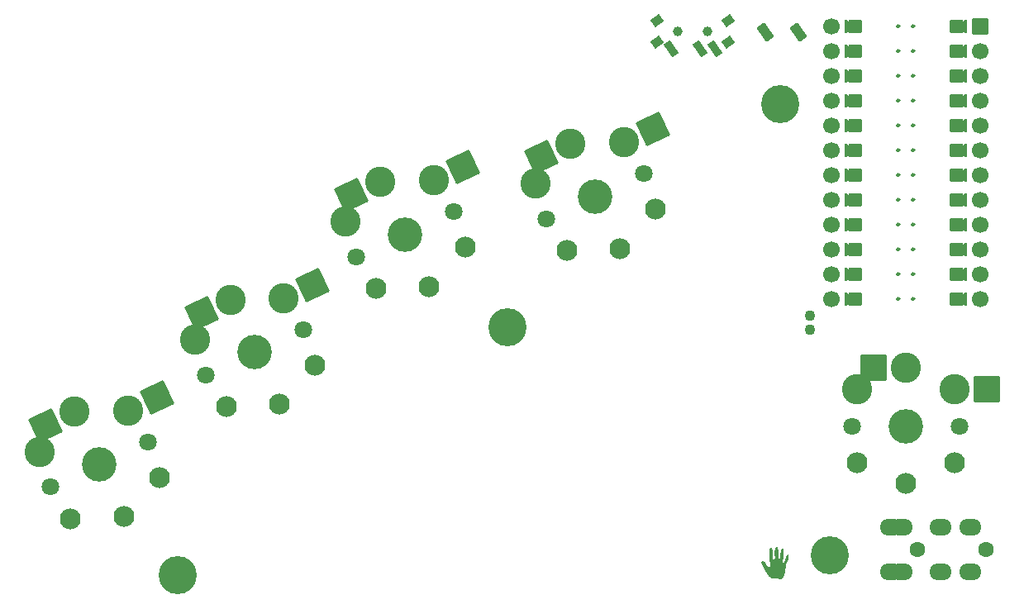
<source format=gbr>
%TF.GenerationSoftware,KiCad,Pcbnew,(6.0.7)*%
%TF.CreationDate,2022-08-09T03:43:16+01:00*%
%TF.ProjectId,digitsbest,64696769-7473-4626-9573-742e6b696361,v1.0.0*%
%TF.SameCoordinates,Original*%
%TF.FileFunction,Soldermask,Bot*%
%TF.FilePolarity,Negative*%
%FSLAX46Y46*%
G04 Gerber Fmt 4.6, Leading zero omitted, Abs format (unit mm)*
G04 Created by KiCad (PCBNEW (6.0.7)) date 2022-08-09 03:43:16*
%MOMM*%
%LPD*%
G01*
G04 APERTURE LIST*
G04 Aperture macros list*
%AMRoundRect*
0 Rectangle with rounded corners*
0 $1 Rounding radius*
0 $2 $3 $4 $5 $6 $7 $8 $9 X,Y pos of 4 corners*
0 Add a 4 corners polygon primitive as box body*
4,1,4,$2,$3,$4,$5,$6,$7,$8,$9,$2,$3,0*
0 Add four circle primitives for the rounded corners*
1,1,$1+$1,$2,$3*
1,1,$1+$1,$4,$5*
1,1,$1+$1,$6,$7*
1,1,$1+$1,$8,$9*
0 Add four rect primitives between the rounded corners*
20,1,$1+$1,$2,$3,$4,$5,0*
20,1,$1+$1,$4,$5,$6,$7,0*
20,1,$1+$1,$6,$7,$8,$9,0*
20,1,$1+$1,$8,$9,$2,$3,0*%
%AMFreePoly0*
4,1,14,0.635355,0.435355,0.650000,0.400000,0.650000,0.200000,0.635355,0.164645,0.035355,-0.435355,0.000000,-0.450000,-0.035355,-0.435355,-0.635355,0.164645,-0.650000,0.200000,-0.650000,0.400000,-0.635355,0.435355,-0.600000,0.450000,0.600000,0.450000,0.635355,0.435355,0.635355,0.435355,$1*%
%AMFreePoly1*
4,1,16,0.635355,1.035355,0.650000,1.000000,0.650000,-0.250000,0.635355,-0.285355,0.600000,-0.300000,-0.600000,-0.300000,-0.635355,-0.285355,-0.650000,-0.250000,-0.650000,1.000000,-0.635355,1.035355,-0.600000,1.050000,-0.564645,1.035355,0.000000,0.470710,0.564645,1.035355,0.600000,1.050000,0.635355,1.035355,0.635355,1.035355,$1*%
G04 Aperture macros list end*
%ADD10C,0.250000*%
%ADD11C,0.100000*%
%ADD12C,3.900000*%
%ADD13RoundRect,0.050000X0.118922X-0.954389X0.856158X-0.438170X-0.118922X0.954389X-0.856158X0.438170X0*%
%ADD14C,1.801800*%
%ADD15C,3.100000*%
%ADD16C,3.529000*%
%ADD17RoundRect,0.050000X-1.300000X-1.300000X1.300000X-1.300000X1.300000X1.300000X-1.300000X1.300000X0*%
%ADD18C,1.600000*%
%ADD19O,2.300000X1.700000*%
%ADD20RoundRect,0.050000X-0.628796X-1.727604X1.727604X-0.628796X0.628796X1.727604X-1.727604X0.628796X0*%
%ADD21C,1.100000*%
%ADD22C,2.132000*%
%ADD23FreePoly0,90.000000*%
%ADD24C,1.700000*%
%ADD25FreePoly0,270.000000*%
%ADD26RoundRect,0.050000X-0.800000X0.800000X-0.800000X-0.800000X0.800000X-0.800000X0.800000X0.800000X0*%
%ADD27FreePoly1,90.000000*%
%ADD28FreePoly1,270.000000*%
%ADD29RoundRect,0.050000X0.180145X0.614449X-0.639007X0.040873X-0.180145X-0.614449X0.639007X-0.040873X0*%
%ADD30C,1.000000*%
%ADD31RoundRect,0.050000X-0.143479X0.815116X-0.716886X0.413612X0.143479X-0.815116X0.716886X-0.413612X0*%
G04 APERTURE END LIST*
%TO.C,G\u002A\u002A\u002A*%
G36*
X161988448Y-142884324D02*
G01*
X162018952Y-142892604D01*
X162041997Y-142903760D01*
X162058969Y-142920651D01*
X162071255Y-142946138D01*
X162080240Y-142983078D01*
X162087309Y-143034333D01*
X162093749Y-143101607D01*
X162099349Y-143166126D01*
X162105199Y-143233260D01*
X162110703Y-143296180D01*
X162115265Y-143348058D01*
X162116368Y-143360541D01*
X162118452Y-143395587D01*
X162120139Y-143447265D01*
X162121386Y-143512204D01*
X162122153Y-143587032D01*
X162122396Y-143668376D01*
X162122073Y-143752864D01*
X162121736Y-143790710D01*
X162120656Y-143893386D01*
X162119822Y-143978013D01*
X162119272Y-144046548D01*
X162119048Y-144100950D01*
X162119190Y-144143176D01*
X162119736Y-144175184D01*
X162120728Y-144198932D01*
X162122205Y-144216378D01*
X162124207Y-144229479D01*
X162126775Y-144240193D01*
X162129947Y-144250477D01*
X162131200Y-144254317D01*
X162146305Y-144283709D01*
X162165182Y-144294703D01*
X162186282Y-144288188D01*
X162208058Y-144265051D01*
X162228961Y-144226183D01*
X162242063Y-144190664D01*
X162250455Y-144156604D01*
X162259360Y-144107815D01*
X162268109Y-144049541D01*
X162276034Y-143987026D01*
X162282468Y-143925515D01*
X162286742Y-143870251D01*
X162288193Y-143828485D01*
X162290712Y-143794409D01*
X162297533Y-143747742D01*
X162307551Y-143695157D01*
X162317244Y-143652843D01*
X162327366Y-143611693D01*
X162335764Y-143575823D01*
X162343149Y-143541424D01*
X162350236Y-143504686D01*
X162357735Y-143461797D01*
X162366361Y-143408948D01*
X162376826Y-143342330D01*
X162384007Y-143295953D01*
X162397933Y-143215391D01*
X162412442Y-143152379D01*
X162428403Y-143104458D01*
X162446684Y-143069173D01*
X162468152Y-143044067D01*
X162475010Y-143038406D01*
X162518225Y-143015508D01*
X162560553Y-143011633D01*
X162599722Y-143025846D01*
X162633461Y-143057209D01*
X162659498Y-143104787D01*
X162663565Y-143116117D01*
X162668859Y-143134577D01*
X162672470Y-143154984D01*
X162674461Y-143180492D01*
X162674897Y-143214260D01*
X162673842Y-143259442D01*
X162671361Y-143319195D01*
X162668772Y-143372103D01*
X162661186Y-143517189D01*
X162653979Y-143644078D01*
X162646975Y-143754576D01*
X162639998Y-143850487D01*
X162632870Y-143933614D01*
X162625416Y-144005762D01*
X162617457Y-144068736D01*
X162608817Y-144124340D01*
X162599319Y-144174377D01*
X162588786Y-144220652D01*
X162583621Y-144240887D01*
X162569604Y-144300693D01*
X162558965Y-144359387D01*
X162552255Y-144412528D01*
X162550023Y-144455675D01*
X162552823Y-144484388D01*
X162553241Y-144485806D01*
X162566302Y-144504423D01*
X162588955Y-144521322D01*
X162589930Y-144521835D01*
X162611757Y-144531462D01*
X162625973Y-144530230D01*
X162640344Y-144519224D01*
X162660236Y-144494218D01*
X162685057Y-144451076D01*
X162714273Y-144390909D01*
X162747350Y-144314829D01*
X162783752Y-144223947D01*
X162788787Y-144210876D01*
X162811597Y-144152403D01*
X162835163Y-144093685D01*
X162857191Y-144040331D01*
X162875386Y-143997954D01*
X162880867Y-143985787D01*
X162901898Y-143936986D01*
X162923891Y-143881089D01*
X162942095Y-143830174D01*
X162942138Y-143830045D01*
X162969291Y-143764870D01*
X163001699Y-143716036D01*
X163038345Y-143684671D01*
X163078216Y-143671905D01*
X163084661Y-143671663D01*
X163109513Y-143674675D01*
X163131273Y-143686246D01*
X163156792Y-143710174D01*
X163159720Y-143713292D01*
X163183930Y-143742513D01*
X163195661Y-143767242D01*
X163198538Y-143792824D01*
X163196016Y-143830014D01*
X163189137Y-143880846D01*
X163178904Y-143939688D01*
X163166316Y-144000905D01*
X163152375Y-144058862D01*
X163149094Y-144071097D01*
X163136368Y-144111666D01*
X163116966Y-144166276D01*
X163092569Y-144230789D01*
X163064858Y-144301066D01*
X163035518Y-144372970D01*
X163006230Y-144442363D01*
X162978675Y-144505108D01*
X162954538Y-144557067D01*
X162939132Y-144587505D01*
X162918723Y-144628808D01*
X162901256Y-144670224D01*
X162890096Y-144703677D01*
X162889186Y-144707452D01*
X162883155Y-144743600D01*
X162876775Y-144799311D01*
X162870082Y-144874144D01*
X162863111Y-144967657D01*
X162855900Y-145079410D01*
X162848482Y-145208960D01*
X162848402Y-145210443D01*
X162844176Y-145281985D01*
X162839745Y-145338792D01*
X162834353Y-145386129D01*
X162827244Y-145429261D01*
X162817665Y-145473452D01*
X162804859Y-145523969D01*
X162801770Y-145535571D01*
X162775074Y-145628051D01*
X162745655Y-145717252D01*
X162714894Y-145799616D01*
X162684173Y-145871586D01*
X162654872Y-145929607D01*
X162638305Y-145956601D01*
X162574158Y-146033887D01*
X162496862Y-146096119D01*
X162406277Y-146143412D01*
X162398910Y-146146372D01*
X162343400Y-146164332D01*
X162291527Y-146171361D01*
X162236693Y-146167575D01*
X162172302Y-146153091D01*
X162163144Y-146150502D01*
X162111069Y-146135632D01*
X162054725Y-146119716D01*
X162004774Y-146105762D01*
X161996388Y-146103444D01*
X161919668Y-146082285D01*
X161826321Y-146104619D01*
X161746876Y-146120268D01*
X161681297Y-146125436D01*
X161626458Y-146120201D01*
X161592920Y-146110440D01*
X161564720Y-146100235D01*
X161524709Y-146086483D01*
X161480151Y-146071667D01*
X161466006Y-146067070D01*
X161361651Y-146025131D01*
X161272453Y-145971108D01*
X161196733Y-145903731D01*
X161132816Y-145821730D01*
X161124246Y-145808258D01*
X161098785Y-145768480D01*
X161065284Y-145718001D01*
X161027451Y-145662316D01*
X160988995Y-145606919D01*
X160974515Y-145586417D01*
X160932560Y-145526228D01*
X160887575Y-145459734D01*
X160841582Y-145390108D01*
X160796605Y-145320518D01*
X160754666Y-145254135D01*
X160717787Y-145194130D01*
X160687992Y-145143673D01*
X160667304Y-145105933D01*
X160664944Y-145101226D01*
X160652263Y-145074134D01*
X160633957Y-145033304D01*
X160612109Y-144983462D01*
X160588802Y-144929334D01*
X160578948Y-144906149D01*
X160552948Y-144846785D01*
X160524482Y-144785206D01*
X160496588Y-144727780D01*
X160472300Y-144680876D01*
X160466876Y-144671057D01*
X160433143Y-144605063D01*
X160411632Y-144546448D01*
X160400393Y-144488463D01*
X160397449Y-144430705D01*
X160400338Y-144388297D01*
X160411046Y-144359437D01*
X160432631Y-144341441D01*
X160468151Y-144331627D01*
X160515038Y-144327548D01*
X160558833Y-144326532D01*
X160590737Y-144329134D01*
X160618738Y-144336693D01*
X160650000Y-144350158D01*
X160704726Y-144382847D01*
X160751849Y-144426574D01*
X160793270Y-144483798D01*
X160830889Y-144556975D01*
X160854056Y-144613865D01*
X160883180Y-144672964D01*
X160923288Y-144729427D01*
X160927715Y-144734581D01*
X160958874Y-144772206D01*
X160993501Y-144817108D01*
X161024236Y-144859738D01*
X161024963Y-144860798D01*
X161063131Y-144910353D01*
X161100531Y-144947474D01*
X161134700Y-144970033D01*
X161158823Y-144976177D01*
X161180729Y-144967648D01*
X161206137Y-144944966D01*
X161230953Y-144912485D01*
X161248223Y-144881083D01*
X161257393Y-144850133D01*
X161264920Y-144803694D01*
X161270657Y-144746229D01*
X161274457Y-144682201D01*
X161276170Y-144616073D01*
X161275648Y-144552309D01*
X161272744Y-144495372D01*
X161267310Y-144449723D01*
X161263165Y-144430962D01*
X161256260Y-144400027D01*
X161250871Y-144359971D01*
X161246766Y-144307966D01*
X161243712Y-144241187D01*
X161241773Y-144170860D01*
X161239913Y-144104534D01*
X161237377Y-144040432D01*
X161234394Y-143982994D01*
X161231195Y-143936659D01*
X161228013Y-143905867D01*
X161227997Y-143905755D01*
X161223763Y-143874307D01*
X161217885Y-143827685D01*
X161210938Y-143770597D01*
X161203496Y-143707754D01*
X161197477Y-143655657D01*
X161189794Y-143585756D01*
X161184630Y-143529698D01*
X161181826Y-143481499D01*
X161181219Y-143435176D01*
X161182649Y-143384743D01*
X161185954Y-143324218D01*
X161187787Y-143295515D01*
X161192136Y-143236382D01*
X161197005Y-143182492D01*
X161201972Y-143137744D01*
X161206613Y-143106039D01*
X161209730Y-143092889D01*
X161231068Y-143059098D01*
X161265493Y-143027368D01*
X161306374Y-143003158D01*
X161328335Y-142995257D01*
X161378674Y-142990668D01*
X161423613Y-143005065D01*
X161462545Y-143038008D01*
X161494866Y-143089059D01*
X161510593Y-143127507D01*
X161516573Y-143147949D01*
X161521515Y-143173209D01*
X161525642Y-143205896D01*
X161529179Y-143248622D01*
X161532350Y-143303997D01*
X161535379Y-143374632D01*
X161537907Y-143445574D01*
X161543408Y-143576389D01*
X161550493Y-143687809D01*
X161559205Y-143780386D01*
X161567290Y-143840730D01*
X161575351Y-143897874D01*
X161581932Y-143955893D01*
X161586330Y-144007807D01*
X161587847Y-144044991D01*
X161593282Y-144150335D01*
X161609524Y-144239708D01*
X161636800Y-144314120D01*
X161656192Y-144348430D01*
X161677759Y-144375739D01*
X161696090Y-144384113D01*
X161713617Y-144373804D01*
X161726610Y-144355768D01*
X161736233Y-144329004D01*
X161744344Y-144283788D01*
X161750894Y-144221622D01*
X161755830Y-144144008D01*
X161759101Y-144052448D01*
X161760657Y-143948445D01*
X161760445Y-143833500D01*
X161758416Y-143709117D01*
X161754516Y-143576797D01*
X161753828Y-143557996D01*
X161750819Y-143458006D01*
X161750147Y-143373814D01*
X161752075Y-143301316D01*
X161756863Y-143236412D01*
X161764773Y-143174997D01*
X161776066Y-143112971D01*
X161784731Y-143073068D01*
X161806610Y-143005495D01*
X161837590Y-142950975D01*
X161875983Y-142911069D01*
X161920100Y-142887342D01*
X161968254Y-142881358D01*
X161988448Y-142884324D01*
G37*
D10*
%TO.C,MCU1*%
X176046718Y-109839276D02*
G75*
G03*
X176046718Y-109839276I-125000J0D01*
G01*
X176046718Y-104759276D02*
G75*
G03*
X176046718Y-104759276I-125000J0D01*
G01*
X176046718Y-102219276D02*
G75*
G03*
X176046718Y-102219276I-125000J0D01*
G01*
X174522718Y-109839276D02*
G75*
G03*
X174522718Y-109839276I-125000J0D01*
G01*
X174522718Y-112379276D02*
G75*
G03*
X174522718Y-112379276I-125000J0D01*
G01*
X174522718Y-89519276D02*
G75*
G03*
X174522718Y-89519276I-125000J0D01*
G01*
X174522718Y-117459276D02*
G75*
G03*
X174522718Y-117459276I-125000J0D01*
G01*
X176046718Y-99679276D02*
G75*
G03*
X176046718Y-99679276I-125000J0D01*
G01*
X174522718Y-99679276D02*
G75*
G03*
X174522718Y-99679276I-125000J0D01*
G01*
X174522718Y-104759276D02*
G75*
G03*
X174522718Y-104759276I-125000J0D01*
G01*
X174522718Y-107299276D02*
G75*
G03*
X174522718Y-107299276I-125000J0D01*
G01*
X176046718Y-94599276D02*
G75*
G03*
X176046718Y-94599276I-125000J0D01*
G01*
X176046718Y-89519276D02*
G75*
G03*
X176046718Y-89519276I-125000J0D01*
G01*
X176046718Y-97139276D02*
G75*
G03*
X176046718Y-97139276I-125000J0D01*
G01*
X176046718Y-117459276D02*
G75*
G03*
X176046718Y-117459276I-125000J0D01*
G01*
X174522718Y-94599276D02*
G75*
G03*
X174522718Y-94599276I-125000J0D01*
G01*
X176046718Y-114919276D02*
G75*
G03*
X176046718Y-114919276I-125000J0D01*
G01*
X176046718Y-92059276D02*
G75*
G03*
X176046718Y-92059276I-125000J0D01*
G01*
X176046718Y-107299276D02*
G75*
G03*
X176046718Y-107299276I-125000J0D01*
G01*
X176046718Y-112379276D02*
G75*
G03*
X176046718Y-112379276I-125000J0D01*
G01*
X174522718Y-114919276D02*
G75*
G03*
X174522718Y-114919276I-125000J0D01*
G01*
X174522718Y-97139276D02*
G75*
G03*
X174522718Y-97139276I-125000J0D01*
G01*
X174522718Y-102219276D02*
G75*
G03*
X174522718Y-102219276I-125000J0D01*
G01*
X174522718Y-92059276D02*
G75*
G03*
X174522718Y-92059276I-125000J0D01*
G01*
G36*
X181255718Y-105267276D02*
G01*
X180239718Y-105267276D01*
X180239718Y-104251276D01*
X181255718Y-104251276D01*
X181255718Y-105267276D01*
G37*
D11*
X181255718Y-105267276D02*
X180239718Y-105267276D01*
X180239718Y-104251276D01*
X181255718Y-104251276D01*
X181255718Y-105267276D01*
G36*
X181255718Y-107807276D02*
G01*
X180239718Y-107807276D01*
X180239718Y-106791276D01*
X181255718Y-106791276D01*
X181255718Y-107807276D01*
G37*
X181255718Y-107807276D02*
X180239718Y-107807276D01*
X180239718Y-106791276D01*
X181255718Y-106791276D01*
X181255718Y-107807276D01*
G36*
X170079718Y-112887276D02*
G01*
X169063718Y-112887276D01*
X169063718Y-111871276D01*
X170079718Y-111871276D01*
X170079718Y-112887276D01*
G37*
X170079718Y-112887276D02*
X169063718Y-112887276D01*
X169063718Y-111871276D01*
X170079718Y-111871276D01*
X170079718Y-112887276D01*
G36*
X170079718Y-95107276D02*
G01*
X169063718Y-95107276D01*
X169063718Y-94091276D01*
X170079718Y-94091276D01*
X170079718Y-95107276D01*
G37*
X170079718Y-95107276D02*
X169063718Y-95107276D01*
X169063718Y-94091276D01*
X170079718Y-94091276D01*
X170079718Y-95107276D01*
G36*
X181255718Y-92567276D02*
G01*
X180239718Y-92567276D01*
X180239718Y-91551276D01*
X181255718Y-91551276D01*
X181255718Y-92567276D01*
G37*
X181255718Y-92567276D02*
X180239718Y-92567276D01*
X180239718Y-91551276D01*
X181255718Y-91551276D01*
X181255718Y-92567276D01*
G36*
X181255718Y-110347276D02*
G01*
X180239718Y-110347276D01*
X180239718Y-109331276D01*
X181255718Y-109331276D01*
X181255718Y-110347276D01*
G37*
X181255718Y-110347276D02*
X180239718Y-110347276D01*
X180239718Y-109331276D01*
X181255718Y-109331276D01*
X181255718Y-110347276D01*
G36*
X170079718Y-117967276D02*
G01*
X169063718Y-117967276D01*
X169063718Y-116951276D01*
X170079718Y-116951276D01*
X170079718Y-117967276D01*
G37*
X170079718Y-117967276D02*
X169063718Y-117967276D01*
X169063718Y-116951276D01*
X170079718Y-116951276D01*
X170079718Y-117967276D01*
G36*
X170079718Y-90027276D02*
G01*
X169063718Y-90027276D01*
X169063718Y-89011276D01*
X170079718Y-89011276D01*
X170079718Y-90027276D01*
G37*
X170079718Y-90027276D02*
X169063718Y-90027276D01*
X169063718Y-89011276D01*
X170079718Y-89011276D01*
X170079718Y-90027276D01*
G36*
X181255718Y-102727276D02*
G01*
X180239718Y-102727276D01*
X180239718Y-101711276D01*
X181255718Y-101711276D01*
X181255718Y-102727276D01*
G37*
X181255718Y-102727276D02*
X180239718Y-102727276D01*
X180239718Y-101711276D01*
X181255718Y-101711276D01*
X181255718Y-102727276D01*
G36*
X181255718Y-112887276D02*
G01*
X180239718Y-112887276D01*
X180239718Y-111871276D01*
X181255718Y-111871276D01*
X181255718Y-112887276D01*
G37*
X181255718Y-112887276D02*
X180239718Y-112887276D01*
X180239718Y-111871276D01*
X181255718Y-111871276D01*
X181255718Y-112887276D01*
G36*
X181255718Y-97647276D02*
G01*
X180239718Y-97647276D01*
X180239718Y-96631276D01*
X181255718Y-96631276D01*
X181255718Y-97647276D01*
G37*
X181255718Y-97647276D02*
X180239718Y-97647276D01*
X180239718Y-96631276D01*
X181255718Y-96631276D01*
X181255718Y-97647276D01*
G36*
X181255718Y-115427276D02*
G01*
X180239718Y-115427276D01*
X180239718Y-114411276D01*
X181255718Y-114411276D01*
X181255718Y-115427276D01*
G37*
X181255718Y-115427276D02*
X180239718Y-115427276D01*
X180239718Y-114411276D01*
X181255718Y-114411276D01*
X181255718Y-115427276D01*
G36*
X170079718Y-100187276D02*
G01*
X169063718Y-100187276D01*
X169063718Y-99171276D01*
X170079718Y-99171276D01*
X170079718Y-100187276D01*
G37*
X170079718Y-100187276D02*
X169063718Y-100187276D01*
X169063718Y-99171276D01*
X170079718Y-99171276D01*
X170079718Y-100187276D01*
G36*
X170079718Y-105267276D02*
G01*
X169063718Y-105267276D01*
X169063718Y-104251276D01*
X170079718Y-104251276D01*
X170079718Y-105267276D01*
G37*
X170079718Y-105267276D02*
X169063718Y-105267276D01*
X169063718Y-104251276D01*
X170079718Y-104251276D01*
X170079718Y-105267276D01*
G36*
X170079718Y-92567276D02*
G01*
X169063718Y-92567276D01*
X169063718Y-91551276D01*
X170079718Y-91551276D01*
X170079718Y-92567276D01*
G37*
X170079718Y-92567276D02*
X169063718Y-92567276D01*
X169063718Y-91551276D01*
X170079718Y-91551276D01*
X170079718Y-92567276D01*
G36*
X181255718Y-90027276D02*
G01*
X180239718Y-90027276D01*
X180239718Y-89011276D01*
X181255718Y-89011276D01*
X181255718Y-90027276D01*
G37*
X181255718Y-90027276D02*
X180239718Y-90027276D01*
X180239718Y-89011276D01*
X181255718Y-89011276D01*
X181255718Y-90027276D01*
G36*
X170079718Y-107807276D02*
G01*
X169063718Y-107807276D01*
X169063718Y-106791276D01*
X170079718Y-106791276D01*
X170079718Y-107807276D01*
G37*
X170079718Y-107807276D02*
X169063718Y-107807276D01*
X169063718Y-106791276D01*
X170079718Y-106791276D01*
X170079718Y-107807276D01*
G36*
X181255718Y-100187276D02*
G01*
X180239718Y-100187276D01*
X180239718Y-99171276D01*
X181255718Y-99171276D01*
X181255718Y-100187276D01*
G37*
X181255718Y-100187276D02*
X180239718Y-100187276D01*
X180239718Y-99171276D01*
X181255718Y-99171276D01*
X181255718Y-100187276D01*
G36*
X170079718Y-115427276D02*
G01*
X169063718Y-115427276D01*
X169063718Y-114411276D01*
X170079718Y-114411276D01*
X170079718Y-115427276D01*
G37*
X170079718Y-115427276D02*
X169063718Y-115427276D01*
X169063718Y-114411276D01*
X170079718Y-114411276D01*
X170079718Y-115427276D01*
G36*
X181255718Y-95107276D02*
G01*
X180239718Y-95107276D01*
X180239718Y-94091276D01*
X181255718Y-94091276D01*
X181255718Y-95107276D01*
G37*
X181255718Y-95107276D02*
X180239718Y-95107276D01*
X180239718Y-94091276D01*
X181255718Y-94091276D01*
X181255718Y-95107276D01*
G36*
X170079718Y-110347276D02*
G01*
X169063718Y-110347276D01*
X169063718Y-109331276D01*
X170079718Y-109331276D01*
X170079718Y-110347276D01*
G37*
X170079718Y-110347276D02*
X169063718Y-110347276D01*
X169063718Y-109331276D01*
X170079718Y-109331276D01*
X170079718Y-110347276D01*
G36*
X181255718Y-117967276D02*
G01*
X180239718Y-117967276D01*
X180239718Y-116951276D01*
X181255718Y-116951276D01*
X181255718Y-117967276D01*
G37*
X181255718Y-117967276D02*
X180239718Y-117967276D01*
X180239718Y-116951276D01*
X181255718Y-116951276D01*
X181255718Y-117967276D01*
G36*
X170079718Y-97647276D02*
G01*
X169063718Y-97647276D01*
X169063718Y-96631276D01*
X170079718Y-96631276D01*
X170079718Y-97647276D01*
G37*
X170079718Y-97647276D02*
X169063718Y-97647276D01*
X169063718Y-96631276D01*
X170079718Y-96631276D01*
X170079718Y-97647276D01*
G36*
X170079718Y-102727276D02*
G01*
X169063718Y-102727276D01*
X169063718Y-101711276D01*
X170079718Y-101711276D01*
X170079718Y-102727276D01*
G37*
X170079718Y-102727276D02*
X169063718Y-102727276D01*
X169063718Y-101711276D01*
X170079718Y-101711276D01*
X170079718Y-102727276D01*
%TD*%
D12*
%TO.C,*%
X100584000Y-145796000D03*
%TD*%
%TO.C,*%
X134366000Y-120396000D03*
%TD*%
%TO.C,*%
X162306000Y-97536000D03*
%TD*%
%TO.C,REF\u002A\u002A*%
X167386000Y-143764000D03*
%TD*%
D13*
%TO.C,*%
X160797804Y-90148758D03*
X164197804Y-90148758D03*
%TD*%
D14*
%TO.C,S9*%
X180659717Y-130489275D03*
D15*
X175159717Y-124539275D03*
X170159717Y-126739275D03*
D14*
X169659717Y-130489275D03*
D15*
X180159717Y-126739275D03*
D16*
X175159717Y-130489275D03*
D15*
X175159717Y-124539275D03*
D17*
X171884717Y-124539275D03*
X183434717Y-126739275D03*
%TD*%
D18*
%TO.C,REF\u002A\u002A*%
X183360756Y-143153232D03*
X176360756Y-143153232D03*
D19*
X173660756Y-140853232D03*
X173660756Y-145453232D03*
X174760756Y-145453232D03*
X174760756Y-140853232D03*
X178760756Y-145453232D03*
X178760756Y-140853232D03*
X181760756Y-145453232D03*
X181760756Y-140853232D03*
%TD*%
D15*
%TO.C,S5*%
X111436619Y-117415452D03*
D14*
X103505206Y-125251598D03*
D16*
X108489899Y-122927198D03*
D15*
X105975320Y-117534667D03*
X105975320Y-117534667D03*
D14*
X113474592Y-120602798D03*
D15*
X102373542Y-121641635D03*
D20*
X103007162Y-118918741D03*
X114404777Y-116031378D03*
%TD*%
D15*
%TO.C,S1*%
X146304491Y-101436558D03*
D16*
X143357771Y-106948304D03*
D15*
X140843192Y-101555773D03*
X137241414Y-105662741D03*
X140843192Y-101555773D03*
D14*
X148342464Y-104623904D03*
X138373078Y-109272704D03*
D20*
X137875034Y-102939847D03*
X149272649Y-100052484D03*
%TD*%
D21*
%TO.C,*%
X165354000Y-120638000D03*
X165354000Y-119138000D03*
%TD*%
D14*
%TO.C,S2*%
X148342464Y-104623904D03*
X138373078Y-109272704D03*
D16*
X143357771Y-106948304D03*
D22*
X149495259Y-108279182D03*
X140432181Y-112505365D03*
X145851219Y-112295520D03*
X145851219Y-112295520D03*
%TD*%
D14*
%TO.C,S6*%
X103505206Y-125251598D03*
D16*
X108489899Y-122927198D03*
D14*
X113474592Y-120602798D03*
D22*
X105564309Y-128484259D03*
X114627387Y-124258076D03*
X110983347Y-128274414D03*
X110983347Y-128274414D03*
%TD*%
D23*
%TO.C,MCU1*%
X169317718Y-104759276D03*
D24*
X182779718Y-89519276D03*
D23*
X169317718Y-107299276D03*
D24*
X182779718Y-114919276D03*
D25*
X181001718Y-97139276D03*
X181001718Y-114919276D03*
D24*
X167539718Y-104759276D03*
X182779718Y-94599276D03*
D23*
X169317718Y-92059276D03*
X169317718Y-94599276D03*
D24*
X182779718Y-112379276D03*
X167539718Y-114919276D03*
D23*
X169317718Y-97139276D03*
D25*
X181001718Y-104759276D03*
D23*
X169317718Y-112379276D03*
X169317718Y-117459276D03*
D24*
X182779718Y-92059276D03*
X182779718Y-104759276D03*
D25*
X181001718Y-102219276D03*
D24*
X167539718Y-94599276D03*
X167539718Y-92059276D03*
D25*
X181001718Y-117459276D03*
X181001718Y-107299276D03*
D24*
X182779718Y-109839276D03*
X167539718Y-107299276D03*
X167539718Y-99679276D03*
D23*
X169317718Y-114919276D03*
D25*
X181001718Y-99679276D03*
X181001718Y-94599276D03*
D24*
X182779718Y-107299276D03*
D25*
X181001718Y-109839276D03*
D23*
X169317718Y-99679276D03*
D24*
X167539718Y-89519276D03*
X167539718Y-102219276D03*
X182779718Y-102219276D03*
D25*
X181001718Y-112379276D03*
D24*
X167539718Y-117459276D03*
D26*
X182779718Y-89519276D03*
D24*
X182779718Y-97139276D03*
D23*
X169317718Y-89519276D03*
X169317718Y-102219276D03*
D24*
X167539718Y-112379276D03*
X182779718Y-117459276D03*
X167539718Y-97139276D03*
D25*
X181001718Y-92059276D03*
X181001718Y-89519276D03*
D23*
X169317718Y-109839276D03*
D24*
X167539718Y-109839276D03*
X182779718Y-99679276D03*
D27*
X170333718Y-89519276D03*
X170333718Y-92059276D03*
X170333718Y-94599276D03*
X170333718Y-97139276D03*
X170333718Y-99679276D03*
X170333718Y-102219276D03*
X170333718Y-104759276D03*
X170333718Y-107299276D03*
X170333718Y-109839276D03*
X170333718Y-112379276D03*
X170333718Y-114919276D03*
X170333718Y-117459276D03*
D28*
X179985718Y-117459276D03*
X179985718Y-114919276D03*
X179985718Y-112379276D03*
X179985718Y-109839276D03*
X179985718Y-107299276D03*
X179985718Y-104759276D03*
X179985718Y-102219276D03*
X179985718Y-99679276D03*
X179985718Y-97139276D03*
X179985718Y-94599276D03*
X179985718Y-92059276D03*
X179985718Y-89519276D03*
%TD*%
D14*
%TO.C,S8*%
X97533612Y-132094420D03*
X87564226Y-136743220D03*
D16*
X92548919Y-134418820D03*
D22*
X98686407Y-135749698D03*
X89623329Y-139975881D03*
X95042367Y-139766036D03*
X95042367Y-139766036D03*
%TD*%
D14*
%TO.C,S10*%
X180659717Y-130489275D03*
X169659717Y-130489275D03*
D16*
X175159717Y-130489275D03*
D22*
X170159717Y-134289275D03*
X180159717Y-134289275D03*
X175159717Y-136389275D03*
X175159717Y-136389275D03*
%TD*%
D29*
%TO.C,*%
X156992105Y-91138121D03*
D30*
X151842105Y-90028121D03*
D29*
X156992105Y-88928121D03*
D30*
X154842105Y-90028121D03*
D29*
X149692105Y-88928121D03*
D30*
X154842105Y-90028121D03*
D29*
X149692105Y-91138121D03*
D30*
X151842105Y-90028121D03*
D31*
X151092105Y-91788121D03*
X154092105Y-91788121D03*
X155592105Y-91788121D03*
%TD*%
D16*
%TO.C,S3*%
X123874405Y-110843247D03*
D15*
X117758048Y-109557684D03*
X121359826Y-105450716D03*
D14*
X128859098Y-108518847D03*
X118889712Y-113167647D03*
D15*
X126821125Y-105331501D03*
X121359826Y-105450716D03*
D20*
X118391668Y-106834790D03*
X129789283Y-103947427D03*
%TD*%
D15*
%TO.C,S7*%
X95495639Y-128907074D03*
X90034340Y-129026289D03*
D14*
X87564226Y-136743220D03*
X97533612Y-132094420D03*
D15*
X86432562Y-133133257D03*
X90034340Y-129026289D03*
D16*
X92548919Y-134418820D03*
D20*
X87066182Y-130410363D03*
X98463797Y-127523000D03*
%TD*%
D14*
%TO.C,S4*%
X118889712Y-113167647D03*
X128859098Y-108518847D03*
D16*
X123874405Y-110843247D03*
D22*
X120948815Y-116400308D03*
X130011893Y-112174125D03*
X126367853Y-116190463D03*
X126367853Y-116190463D03*
%TD*%
M02*

</source>
